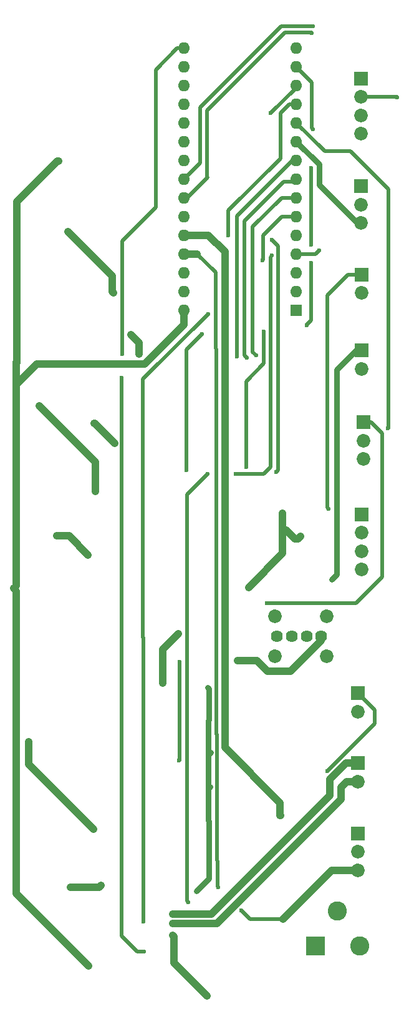
<source format=gbr>
G04 #@! TF.FileFunction,Copper,L2,Bot,Signal*
%FSLAX46Y46*%
G04 Gerber Fmt 4.6, Leading zero omitted, Abs format (unit mm)*
G04 Created by KiCad (PCBNEW 4.0.7-e2-6376~58~ubuntu16.04.1) date Mon Oct  9 01:06:08 2017*
%MOMM*%
%LPD*%
G01*
G04 APERTURE LIST*
%ADD10C,0.100000*%
%ADD11R,1.600000X1.600000*%
%ADD12O,1.600000X1.600000*%
%ADD13R,2.600000X2.600000*%
%ADD14C,2.600000*%
%ADD15R,1.850000X1.850000*%
%ADD16C,1.850000*%
%ADD17C,1.620000*%
%ADD18C,0.600000*%
%ADD19C,0.500000*%
%ADD20C,0.750000*%
%ADD21C,1.000000*%
G04 APERTURE END LIST*
D10*
D11*
X99600000Y-74600000D03*
D12*
X84360000Y-41580000D03*
X99600000Y-72060000D03*
X84360000Y-44120000D03*
X99600000Y-69520000D03*
X84360000Y-46660000D03*
X99600000Y-66980000D03*
X84360000Y-49200000D03*
X99600000Y-64440000D03*
X84360000Y-51740000D03*
X99600000Y-61900000D03*
X84360000Y-54280000D03*
X99600000Y-59360000D03*
X84360000Y-56820000D03*
X99600000Y-56820000D03*
X84360000Y-59360000D03*
X99600000Y-54280000D03*
X84360000Y-61900000D03*
X99600000Y-51740000D03*
X84360000Y-64440000D03*
X99600000Y-49200000D03*
X84360000Y-66980000D03*
X99600000Y-46660000D03*
X84360000Y-69520000D03*
X99600000Y-44120000D03*
X84360000Y-72060000D03*
X99600000Y-41580000D03*
X84360000Y-74600000D03*
X99600000Y-39040000D03*
X84360000Y-39040000D03*
D13*
X102200000Y-160800000D03*
D14*
X108200000Y-160800000D03*
X105200000Y-156100000D03*
D15*
X107950000Y-136050000D03*
D16*
X107950000Y-138550000D03*
D15*
X107950000Y-126550000D03*
D16*
X107950000Y-129050000D03*
D15*
X107950000Y-145550000D03*
D16*
X107950000Y-148050000D03*
X107950000Y-150550000D03*
D15*
X108450000Y-69800000D03*
D16*
X108450000Y-72300000D03*
D15*
X108450000Y-80050000D03*
D16*
X108450000Y-82550000D03*
D15*
X108700000Y-89800000D03*
D16*
X108700000Y-92300000D03*
X108700000Y-94800000D03*
D15*
X108400000Y-57800000D03*
D16*
X108400000Y-60300000D03*
X108400000Y-62800000D03*
D15*
X108400000Y-43200000D03*
D16*
X108400000Y-45700000D03*
X108400000Y-48200000D03*
X108400000Y-50700000D03*
D15*
X108450000Y-102300000D03*
D16*
X108450000Y-104800000D03*
X108450000Y-107300000D03*
X108450000Y-109800000D03*
D17*
X103000000Y-118800000D03*
X101000000Y-118800000D03*
X99000000Y-118800000D03*
D16*
X103730000Y-121520000D03*
D17*
X97000000Y-118800000D03*
D16*
X96730000Y-121520000D03*
X103730000Y-116080000D03*
X96730000Y-116080000D03*
D18*
X96300000Y-67200000D03*
X91400000Y-96800000D03*
X87600000Y-96800000D03*
X84950000Y-154900000D03*
X95050000Y-67850000D03*
X87650000Y-75100000D03*
X78850000Y-157550000D03*
X94150000Y-80750000D03*
X101850000Y-36150000D03*
X92900000Y-81100000D03*
X101750000Y-37000000D03*
X91550000Y-80900000D03*
X97450000Y-143150000D03*
X112050000Y-90650000D03*
X92150000Y-156000000D03*
X89000000Y-152900000D03*
X97800000Y-157200000D03*
X84700000Y-96300000D03*
X86800000Y-77850000D03*
X90400000Y-64450000D03*
X96150000Y-47900000D03*
X96300000Y-65050000D03*
X96900000Y-96550000D03*
X101850000Y-50050000D03*
X101650000Y-55300000D03*
X101650000Y-65750000D03*
X101650000Y-68200000D03*
X92800000Y-95850000D03*
X95200000Y-77550000D03*
X101050000Y-76700000D03*
X67325000Y-54400000D03*
X87500000Y-167600000D03*
X82800000Y-159350000D03*
X61200000Y-112300000D03*
X71400000Y-163500000D03*
X78900000Y-161550000D03*
X75900000Y-117350000D03*
X75900000Y-83750000D03*
X76000000Y-80600000D03*
X93150000Y-112200000D03*
X100200000Y-105275000D03*
X97750000Y-102150000D03*
X78225000Y-80550000D03*
X77175000Y-77950000D03*
X91600000Y-122150000D03*
X83550000Y-118500000D03*
X81450000Y-125150000D03*
X63300000Y-133100000D03*
X72100000Y-145000000D03*
X74825000Y-72300000D03*
X68625000Y-63975000D03*
X72350000Y-99200000D03*
X64700000Y-87550000D03*
X87575000Y-125775000D03*
X87775000Y-130150000D03*
X87974998Y-134550000D03*
X87950000Y-139250000D03*
X87625000Y-143775000D03*
X87750000Y-148525000D03*
X86075000Y-153350000D03*
X82800000Y-156500000D03*
X82800000Y-157800000D03*
X103800000Y-137100000D03*
X104000000Y-101550000D03*
X104400000Y-111150000D03*
X95650000Y-114300000D03*
X83700000Y-135700000D03*
X83750000Y-122300000D03*
X71350000Y-107800000D03*
X67100000Y-105225000D03*
X72125000Y-89975000D03*
X74925000Y-92625000D03*
X68950000Y-152850000D03*
X73125000Y-152600000D03*
X102700000Y-66525000D03*
X113350000Y-45725000D03*
D19*
X96300000Y-67200000D02*
X96100000Y-67400000D01*
X96100000Y-67400000D02*
X96100000Y-95850000D01*
X96100000Y-95850000D02*
X95150000Y-96800000D01*
X95150000Y-96800000D02*
X91400000Y-96800000D01*
X87600000Y-96800000D02*
X84750000Y-99650000D01*
X84750000Y-99650000D02*
X84750000Y-154700000D01*
X84750000Y-154700000D02*
X84950000Y-154900000D01*
X97650000Y-61900000D02*
X99600000Y-61900000D01*
X95100000Y-64450000D02*
X97650000Y-61900000D01*
X95100000Y-67800000D02*
X95100000Y-64450000D01*
X95050000Y-67850000D02*
X95100000Y-67800000D01*
X78800000Y-83950000D02*
X87650000Y-75100000D01*
X78800000Y-89750000D02*
X78800000Y-83950000D01*
X78750000Y-89800000D02*
X78800000Y-89750000D01*
X78750000Y-95950000D02*
X78750000Y-89800000D01*
X78750000Y-118950000D02*
X78750000Y-95950000D01*
X78850000Y-119050000D02*
X78750000Y-118950000D01*
X78850000Y-126350000D02*
X78850000Y-119050000D01*
X78850000Y-133250000D02*
X78850000Y-126350000D01*
X78850000Y-139500000D02*
X78850000Y-133250000D01*
X78850000Y-145100000D02*
X78850000Y-139500000D01*
X78850000Y-157550000D02*
X78850000Y-145100000D01*
X94150000Y-80750000D02*
X93700000Y-80300000D01*
X93700000Y-80300000D02*
X93700000Y-63300000D01*
X93700000Y-63300000D02*
X97640000Y-59360000D01*
X97640000Y-59360000D02*
X99600000Y-59360000D01*
X86550000Y-54630000D02*
X84360000Y-56820000D01*
X86550000Y-47150000D02*
X86550000Y-54630000D01*
X97600000Y-36100000D02*
X86550000Y-47150000D01*
X101800000Y-36100000D02*
X97600000Y-36100000D01*
X101850000Y-36150000D02*
X101800000Y-36100000D01*
X97900000Y-57200000D02*
X99220000Y-57200000D01*
X92550000Y-62550000D02*
X97900000Y-57200000D01*
X92550000Y-80750000D02*
X92550000Y-62550000D01*
X92900000Y-81100000D02*
X92550000Y-80750000D01*
X99220000Y-57200000D02*
X99600000Y-56820000D01*
X87500000Y-47550000D02*
X87500000Y-56600000D01*
X98100000Y-36950000D02*
X87500000Y-47550000D01*
X101700000Y-36950000D02*
X98100000Y-36950000D01*
X101750000Y-37000000D02*
X101700000Y-36950000D01*
X87550000Y-56600000D02*
X84790000Y-59360000D01*
X84790000Y-59360000D02*
X84360000Y-59360000D01*
X91550000Y-80900000D02*
X91550000Y-61850000D01*
X91550000Y-61850000D02*
X99120000Y-54280000D01*
X99120000Y-54280000D02*
X99600000Y-54280000D01*
D20*
X108400000Y-62800000D02*
X107850000Y-62800000D01*
X107850000Y-62800000D02*
X102700000Y-57650000D01*
X102700000Y-57650000D02*
X102700000Y-54840000D01*
X102700000Y-54840000D02*
X99600000Y-51740000D01*
D21*
X97425000Y-141425000D02*
X97425000Y-143125000D01*
X97425000Y-143125000D02*
X97450000Y-143150000D01*
X97425000Y-141425000D02*
X89900000Y-133900000D01*
X89900000Y-133900000D02*
X89900000Y-66700000D01*
X89900000Y-66700000D02*
X87640000Y-64440000D01*
X87640000Y-64440000D02*
X84360000Y-64440000D01*
D19*
X103450000Y-53050000D02*
X99600000Y-49200000D01*
X106950000Y-53050000D02*
X103450000Y-53050000D01*
X112100000Y-58200000D02*
X106950000Y-53050000D01*
X112100000Y-90600000D02*
X112100000Y-58200000D01*
X112050000Y-90650000D02*
X112100000Y-90600000D01*
D21*
X84360000Y-66980000D02*
X86130000Y-66980000D01*
D19*
X93350000Y-157200000D02*
X97800000Y-157200000D01*
X92150000Y-156000000D02*
X93350000Y-157200000D01*
X88900000Y-152800000D02*
X89000000Y-152900000D01*
X88900000Y-149350000D02*
X88900000Y-152800000D01*
X88800000Y-149250000D02*
X88900000Y-149350000D01*
X88800000Y-142750000D02*
X88800000Y-149250000D01*
X88800000Y-137550000D02*
X88800000Y-142750000D01*
X88800000Y-135800000D02*
X88800000Y-137550000D01*
X88800000Y-134500000D02*
X88800000Y-135800000D01*
X88800000Y-132150000D02*
X88800000Y-134500000D01*
X88750000Y-132100000D02*
X88800000Y-132150000D01*
X88750000Y-126550000D02*
X88750000Y-132100000D01*
X88750000Y-121850000D02*
X88750000Y-126550000D01*
X88750000Y-79900000D02*
X88750000Y-121850000D01*
X88650000Y-79800000D02*
X88750000Y-79900000D01*
X88650000Y-69500000D02*
X88650000Y-79800000D01*
X86130000Y-66980000D02*
X88650000Y-69500000D01*
D21*
X104450000Y-150550000D02*
X107950000Y-150550000D01*
X97800000Y-157200000D02*
X104450000Y-150550000D01*
D19*
X99600000Y-46660000D02*
X98690000Y-46660000D01*
X84700000Y-79950000D02*
X84700000Y-96300000D01*
X86800000Y-77850000D02*
X84700000Y-79950000D01*
X90400000Y-61100000D02*
X90400000Y-64450000D01*
X97450000Y-54050000D02*
X90400000Y-61100000D01*
X97450000Y-47900000D02*
X97450000Y-54050000D01*
X98690000Y-46660000D02*
X97450000Y-47900000D01*
X99600000Y-44120000D02*
X99600000Y-44450000D01*
X99600000Y-44450000D02*
X96150000Y-47900000D01*
X96300000Y-65050000D02*
X97150000Y-65900000D01*
X97150000Y-65900000D02*
X97150000Y-96300000D01*
X97150000Y-96300000D02*
X96900000Y-96550000D01*
X101050000Y-76700000D02*
X101050000Y-76600000D01*
X101750000Y-43730000D02*
X99600000Y-41580000D01*
X101750000Y-49950000D02*
X101750000Y-43730000D01*
X101850000Y-50050000D02*
X101750000Y-49950000D01*
X101650000Y-65750000D02*
X101650000Y-55300000D01*
X101650000Y-76000000D02*
X101650000Y-68200000D01*
X101050000Y-76600000D02*
X101650000Y-76000000D01*
X92800000Y-95850000D02*
X92800000Y-84250000D01*
X92800000Y-84250000D02*
X95200000Y-81850000D01*
X95200000Y-81850000D02*
X95200000Y-77550000D01*
X101050000Y-76700000D02*
X101000000Y-76700000D01*
D21*
X64925000Y-81900000D02*
X64375000Y-81900000D01*
X64375000Y-81900000D02*
X61600000Y-84675000D01*
D20*
X64375000Y-81900000D02*
X61600000Y-84675000D01*
D21*
X61650000Y-81750000D02*
X61650000Y-59875000D01*
X67125000Y-54400000D02*
X67325000Y-54400000D01*
X61650000Y-59875000D02*
X67125000Y-54400000D01*
X84360000Y-74600000D02*
X84360000Y-76540000D01*
X61650000Y-81750000D02*
X61600000Y-81700000D01*
X61600000Y-84675000D02*
X61600000Y-81700000D01*
X79000000Y-81900000D02*
X64925000Y-81900000D01*
X84360000Y-76540000D02*
X79000000Y-81900000D01*
X83000000Y-159550000D02*
X82800000Y-159350000D01*
X83000000Y-163100000D02*
X83000000Y-159550000D01*
X83000000Y-163100000D02*
X87500000Y-167600000D01*
X61200000Y-112300000D02*
X61300000Y-112300000D01*
X61300000Y-112300000D02*
X61600000Y-112000000D01*
X61600000Y-112000000D02*
X61600000Y-84675000D01*
X61200000Y-112300000D02*
X61600000Y-112700000D01*
X61600000Y-112700000D02*
X61600000Y-153700000D01*
X61600000Y-153700000D02*
X71400000Y-163500000D01*
D19*
X75900000Y-117350000D02*
X75900000Y-159450000D01*
X78000000Y-161550000D02*
X78900000Y-161550000D01*
X75900000Y-159450000D02*
X78000000Y-161550000D01*
X84360000Y-39040000D02*
X83460000Y-39040000D01*
X75900000Y-83750000D02*
X75900000Y-117350000D01*
X76000000Y-65200000D02*
X76000000Y-80600000D01*
X80500000Y-60700000D02*
X76000000Y-65200000D01*
X80500000Y-42000000D02*
X80500000Y-60700000D01*
X83460000Y-39040000D02*
X80500000Y-42000000D01*
D21*
X97750000Y-104475000D02*
X97750000Y-107600000D01*
X97750000Y-107600000D02*
X93150000Y-112200000D01*
X97750000Y-104475000D02*
X98250000Y-104475000D01*
X98250000Y-104475000D02*
X99400000Y-105625000D01*
X99400000Y-105625000D02*
X99850000Y-105625000D01*
X99850000Y-105625000D02*
X100200000Y-105275000D01*
X97750000Y-104475000D02*
X97750000Y-102150000D01*
X78225000Y-79000000D02*
X78225000Y-80550000D01*
X77175000Y-77950000D02*
X78225000Y-79000000D01*
X103000000Y-118800000D02*
X103000000Y-119450000D01*
X103000000Y-119450000D02*
X98850000Y-123600000D01*
X98850000Y-123600000D02*
X95700000Y-123600000D01*
X95700000Y-123600000D02*
X94250000Y-122150000D01*
X94250000Y-122150000D02*
X91600000Y-122150000D01*
X83550000Y-118500000D02*
X81450000Y-120600000D01*
X81450000Y-120600000D02*
X81450000Y-125150000D01*
X63300000Y-136200000D02*
X63300000Y-133100000D01*
X72100000Y-145000000D02*
X63300000Y-136200000D01*
X74600000Y-72075000D02*
X74825000Y-72300000D01*
X74600000Y-69950000D02*
X74600000Y-72075000D01*
X70125000Y-65475000D02*
X74600000Y-69950000D01*
X68625000Y-63975000D02*
X70125000Y-65475000D01*
X72350000Y-95200000D02*
X72350000Y-99200000D01*
X64700000Y-87550000D02*
X72350000Y-95200000D01*
D20*
X87775000Y-130150000D02*
X87775000Y-125975000D01*
X87775000Y-125975000D02*
X87575000Y-125775000D01*
X87625000Y-134899998D02*
X87625000Y-130300000D01*
X87625000Y-130300000D02*
X87775000Y-130150000D01*
X87625000Y-139800000D02*
X87625000Y-134899998D01*
X87625000Y-134899998D02*
X87974998Y-134550000D01*
X87625000Y-143775000D02*
X87625000Y-139800000D01*
X87625000Y-139800000D02*
X87625000Y-139575000D01*
X87625000Y-139575000D02*
X87950000Y-139250000D01*
X87750000Y-148525000D02*
X87750000Y-143900000D01*
X87750000Y-143900000D02*
X87625000Y-143775000D01*
X87750000Y-151675000D02*
X87750000Y-148525000D01*
X86075000Y-153350000D02*
X87750000Y-151675000D01*
D21*
X107950000Y-136050000D02*
X106350000Y-136050000D01*
X88100000Y-156500000D02*
X82800000Y-156500000D01*
X104200000Y-140400000D02*
X88100000Y-156500000D01*
X104200000Y-138200000D02*
X104200000Y-140400000D01*
X106350000Y-136050000D02*
X104200000Y-138200000D01*
X107950000Y-138550000D02*
X106450000Y-138550000D01*
X88800000Y-157800000D02*
X82800000Y-157800000D01*
X105700000Y-140900000D02*
X88800000Y-157800000D01*
X105700000Y-139300000D02*
X105700000Y-140900000D01*
X106450000Y-138550000D02*
X105700000Y-139300000D01*
D19*
X110250000Y-128850000D02*
X107950000Y-126550000D01*
X110250000Y-130650000D02*
X110250000Y-128850000D01*
X103800000Y-137100000D02*
X110250000Y-130650000D01*
X106650000Y-69800000D02*
X108450000Y-69800000D01*
X103850000Y-72600000D02*
X106650000Y-69800000D01*
X103850000Y-101400000D02*
X103850000Y-72600000D01*
X104000000Y-101550000D02*
X103850000Y-101400000D01*
D20*
X108450000Y-80050000D02*
X107700000Y-80050000D01*
X107700000Y-80050000D02*
X105100000Y-82650000D01*
X105100000Y-82650000D02*
X105100000Y-110450000D01*
X105100000Y-110450000D02*
X104400000Y-111150000D01*
D19*
X108700000Y-89800000D02*
X109750000Y-89800000D01*
X107750000Y-114300000D02*
X95650000Y-114300000D01*
X111250000Y-110800000D02*
X107750000Y-114300000D01*
X111250000Y-91300000D02*
X111250000Y-110800000D01*
X109750000Y-89800000D02*
X111250000Y-91300000D01*
X83700000Y-135700000D02*
X83750000Y-135650000D01*
X83750000Y-135650000D02*
X83750000Y-122300000D01*
D21*
X71350000Y-107800000D02*
X68775000Y-105225000D01*
X68775000Y-105225000D02*
X67100000Y-105225000D01*
X72275000Y-89975000D02*
X72125000Y-89975000D01*
X74925000Y-92625000D02*
X72275000Y-89975000D01*
X72875000Y-152850000D02*
X68950000Y-152850000D01*
X73125000Y-152600000D02*
X72875000Y-152850000D01*
D19*
X99600000Y-66980000D02*
X102245000Y-66980000D01*
X102245000Y-66980000D02*
X102700000Y-66525000D01*
X108400000Y-45700000D02*
X113325000Y-45700000D01*
X113325000Y-45700000D02*
X113350000Y-45725000D01*
M02*

</source>
